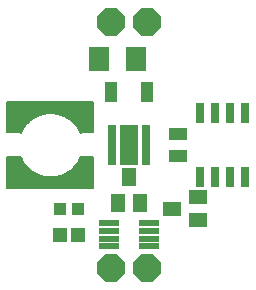
<source format=gts>
G75*
%MOIN*%
%OFA0B0*%
%FSLAX25Y25*%
%IPPOS*%
%LPD*%
%AMOC8*
5,1,8,0,0,1.08239X$1,22.5*
%
%ADD10R,0.05918X0.04343*%
%ADD11R,0.02965X0.06706*%
%ADD12R,0.04737X0.06312*%
%ADD13R,0.02769X0.13792*%
%ADD14R,0.05918X0.13792*%
%ADD15OC8,0.09400*%
%ADD16R,0.05800X0.05800*%
%ADD17C,0.00500*%
%ADD18C,0.00160*%
%ADD19R,0.07099X0.08280*%
%ADD20R,0.04343X0.07099*%
%ADD21R,0.07099X0.01981*%
%ADD22R,0.04540X0.04540*%
%ADD23R,0.03950X0.03950*%
%ADD24R,0.06312X0.04737*%
D10*
X0062850Y0044110D03*
X0062850Y0051590D03*
D11*
X0070350Y0058480D03*
X0075350Y0058480D03*
X0080350Y0058480D03*
X0085350Y0058480D03*
X0085350Y0037220D03*
X0080350Y0037220D03*
X0075350Y0037220D03*
X0070350Y0037220D03*
D12*
X0050340Y0028519D03*
X0042860Y0028519D03*
X0046600Y0037181D03*
D13*
X0041088Y0047850D03*
X0052112Y0047850D03*
D14*
X0046600Y0047850D03*
D15*
X0040600Y0088850D03*
X0052600Y0088850D03*
X0052600Y0006850D03*
X0040600Y0006850D03*
D16*
X0008539Y0036039D03*
X0008539Y0059661D03*
D17*
X0005980Y0059680D02*
X0034720Y0059680D01*
X0034720Y0059182D02*
X0005980Y0059182D01*
X0005980Y0058683D02*
X0018277Y0058683D01*
X0017721Y0058680D02*
X0016418Y0058454D01*
X0015169Y0058018D01*
X0014009Y0057383D01*
X0012969Y0056566D01*
X0012077Y0055589D01*
X0011357Y0054479D01*
X0010829Y0053267D01*
X0010507Y0051984D01*
X0005980Y0051984D01*
X0005980Y0062220D01*
X0034720Y0062220D01*
X0034720Y0051984D01*
X0030193Y0051984D01*
X0029830Y0053241D01*
X0029276Y0054426D01*
X0028542Y0055510D01*
X0027649Y0056466D01*
X0026617Y0057270D01*
X0025471Y0057903D01*
X0024241Y0058349D01*
X0022956Y0058597D01*
X0021649Y0058641D01*
X0020350Y0058480D01*
X0019044Y0058688D01*
X0017721Y0058680D01*
X0019076Y0058683D02*
X0034720Y0058683D01*
X0034720Y0058185D02*
X0024695Y0058185D01*
X0025864Y0057686D02*
X0034720Y0057686D01*
X0034720Y0057188D02*
X0026723Y0057188D01*
X0027362Y0056689D02*
X0034720Y0056689D01*
X0034720Y0056191D02*
X0027906Y0056191D01*
X0028372Y0055692D02*
X0034720Y0055692D01*
X0034720Y0055194D02*
X0028757Y0055194D01*
X0029094Y0054695D02*
X0034720Y0054695D01*
X0034720Y0054197D02*
X0029383Y0054197D01*
X0029616Y0053698D02*
X0034720Y0053698D01*
X0034720Y0053200D02*
X0029842Y0053200D01*
X0029986Y0052701D02*
X0034720Y0052701D01*
X0034720Y0052203D02*
X0030129Y0052203D01*
X0034720Y0060179D02*
X0005980Y0060179D01*
X0005980Y0060677D02*
X0034720Y0060677D01*
X0034720Y0061176D02*
X0005980Y0061176D01*
X0005980Y0061674D02*
X0034720Y0061674D01*
X0034720Y0062173D02*
X0005980Y0062173D01*
X0005980Y0058185D02*
X0015647Y0058185D01*
X0014564Y0057686D02*
X0005980Y0057686D01*
X0005980Y0057188D02*
X0013761Y0057188D01*
X0013127Y0056689D02*
X0005980Y0056689D01*
X0005980Y0056191D02*
X0012627Y0056191D01*
X0012171Y0055692D02*
X0005980Y0055692D01*
X0005980Y0055194D02*
X0011821Y0055194D01*
X0011497Y0054695D02*
X0005980Y0054695D01*
X0005980Y0054197D02*
X0011234Y0054197D01*
X0011017Y0053698D02*
X0005980Y0053698D01*
X0005980Y0053200D02*
X0010813Y0053200D01*
X0010687Y0052701D02*
X0005980Y0052701D01*
X0005980Y0052203D02*
X0010562Y0052203D01*
X0010507Y0043716D02*
X0005980Y0043716D01*
X0005980Y0033480D01*
X0034720Y0033480D01*
X0034720Y0043716D01*
X0030193Y0043716D01*
X0029871Y0042433D01*
X0029343Y0041221D01*
X0028623Y0040111D01*
X0027731Y0039134D01*
X0026691Y0038317D01*
X0025531Y0037682D01*
X0024282Y0037246D01*
X0022979Y0037020D01*
X0021656Y0037012D01*
X0020350Y0037220D01*
X0019051Y0037059D01*
X0017744Y0037103D01*
X0016459Y0037351D01*
X0015229Y0037797D01*
X0014083Y0038430D01*
X0013051Y0039234D01*
X0012158Y0040190D01*
X0011424Y0041274D01*
X0010870Y0042459D01*
X0010507Y0043716D01*
X0010648Y0043229D02*
X0005980Y0043229D01*
X0005980Y0042731D02*
X0010791Y0042731D01*
X0010976Y0042232D02*
X0005980Y0042232D01*
X0005980Y0041734D02*
X0011209Y0041734D01*
X0011450Y0041235D02*
X0005980Y0041235D01*
X0005980Y0040737D02*
X0011787Y0040737D01*
X0012125Y0040238D02*
X0005980Y0040238D01*
X0005980Y0039740D02*
X0012578Y0039740D01*
X0013044Y0039241D02*
X0005980Y0039241D01*
X0005980Y0038743D02*
X0013681Y0038743D01*
X0014419Y0038244D02*
X0005980Y0038244D01*
X0005980Y0037746D02*
X0015369Y0037746D01*
X0016995Y0037247D02*
X0005980Y0037247D01*
X0005980Y0036749D02*
X0034720Y0036749D01*
X0034720Y0037247D02*
X0024286Y0037247D01*
X0025647Y0037746D02*
X0034720Y0037746D01*
X0034720Y0038244D02*
X0026557Y0038244D01*
X0027232Y0038743D02*
X0034720Y0038743D01*
X0034720Y0039241D02*
X0027828Y0039241D01*
X0028284Y0039740D02*
X0034720Y0039740D01*
X0034720Y0040238D02*
X0028706Y0040238D01*
X0029029Y0040737D02*
X0034720Y0040737D01*
X0034720Y0041235D02*
X0029349Y0041235D01*
X0029566Y0041734D02*
X0034720Y0041734D01*
X0034720Y0042232D02*
X0029783Y0042232D01*
X0029945Y0042731D02*
X0034720Y0042731D01*
X0034720Y0043229D02*
X0030070Y0043229D01*
X0034720Y0036250D02*
X0005980Y0036250D01*
X0005980Y0035752D02*
X0034720Y0035752D01*
X0034720Y0035253D02*
X0005980Y0035253D01*
X0005980Y0034755D02*
X0034720Y0034755D01*
X0034720Y0034256D02*
X0005980Y0034256D01*
X0005980Y0033758D02*
X0034720Y0033758D01*
D18*
X0031454Y0052493D02*
X0030127Y0051935D01*
X0030022Y0052173D01*
X0029910Y0052408D01*
X0029794Y0052640D01*
X0029671Y0052869D01*
X0029543Y0053095D01*
X0029409Y0053318D01*
X0029270Y0053538D01*
X0029126Y0053754D01*
X0028976Y0053967D01*
X0028822Y0054176D01*
X0028662Y0054381D01*
X0028497Y0054582D01*
X0028328Y0054779D01*
X0028154Y0054972D01*
X0027975Y0055160D01*
X0027791Y0055344D01*
X0027603Y0055524D01*
X0027411Y0055699D01*
X0027214Y0055869D01*
X0027014Y0056034D01*
X0026809Y0056195D01*
X0026601Y0056350D01*
X0026389Y0056500D01*
X0026173Y0056646D01*
X0025954Y0056785D01*
X0025732Y0056920D01*
X0025506Y0057048D01*
X0025277Y0057172D01*
X0025045Y0057290D01*
X0024811Y0057402D01*
X0024574Y0057508D01*
X0024334Y0057608D01*
X0024092Y0057703D01*
X0023847Y0057792D01*
X0023601Y0057874D01*
X0023353Y0057951D01*
X0023102Y0058021D01*
X0022851Y0058086D01*
X0022597Y0058144D01*
X0022343Y0058196D01*
X0022087Y0058242D01*
X0021830Y0058282D01*
X0021572Y0058315D01*
X0021313Y0058342D01*
X0021054Y0058363D01*
X0020795Y0058377D01*
X0020535Y0058385D01*
X0020275Y0058387D01*
X0020015Y0058382D01*
X0019756Y0058371D01*
X0019496Y0058354D01*
X0019237Y0058330D01*
X0018979Y0058300D01*
X0018722Y0058264D01*
X0018465Y0058222D01*
X0018210Y0058173D01*
X0017956Y0058118D01*
X0017703Y0058057D01*
X0017452Y0057990D01*
X0017203Y0057916D01*
X0016955Y0057837D01*
X0016710Y0057751D01*
X0016467Y0057660D01*
X0016225Y0057563D01*
X0015987Y0057460D01*
X0015751Y0057351D01*
X0015518Y0057236D01*
X0015287Y0057116D01*
X0015060Y0056990D01*
X0014836Y0056858D01*
X0014615Y0056722D01*
X0014397Y0056579D01*
X0014183Y0056432D01*
X0013973Y0056279D01*
X0013766Y0056122D01*
X0013563Y0055959D01*
X0013365Y0055791D01*
X0013170Y0055619D01*
X0012980Y0055442D01*
X0012794Y0055260D01*
X0012612Y0055074D01*
X0012436Y0054883D01*
X0012263Y0054689D01*
X0012096Y0054490D01*
X0011934Y0054287D01*
X0011776Y0054080D01*
X0011624Y0053869D01*
X0011477Y0053655D01*
X0011335Y0053437D01*
X0011199Y0053216D01*
X0011067Y0052992D01*
X0010942Y0052764D01*
X0010822Y0052533D01*
X0010708Y0052300D01*
X0010599Y0052064D01*
X0010496Y0051825D01*
X0009163Y0052368D01*
X0009279Y0052640D01*
X0009402Y0052908D01*
X0009532Y0053173D01*
X0009668Y0053435D01*
X0009810Y0053694D01*
X0009959Y0053949D01*
X0010114Y0054201D01*
X0010275Y0054448D01*
X0010442Y0054692D01*
X0010615Y0054931D01*
X0010793Y0055166D01*
X0010978Y0055397D01*
X0011168Y0055623D01*
X0011363Y0055844D01*
X0011564Y0056061D01*
X0011770Y0056272D01*
X0011981Y0056479D01*
X0012197Y0056680D01*
X0012418Y0056876D01*
X0012643Y0057067D01*
X0012873Y0057252D01*
X0013108Y0057431D01*
X0013347Y0057604D01*
X0013590Y0057772D01*
X0013837Y0057934D01*
X0014088Y0058089D01*
X0014343Y0058239D01*
X0014601Y0058382D01*
X0014863Y0058519D01*
X0015128Y0058649D01*
X0015396Y0058773D01*
X0015667Y0058890D01*
X0015941Y0059001D01*
X0016217Y0059105D01*
X0016496Y0059202D01*
X0016777Y0059292D01*
X0017060Y0059375D01*
X0017345Y0059452D01*
X0017632Y0059521D01*
X0017921Y0059584D01*
X0018211Y0059639D01*
X0018502Y0059687D01*
X0018795Y0059729D01*
X0019088Y0059763D01*
X0019382Y0059789D01*
X0019677Y0059809D01*
X0019972Y0059822D01*
X0020267Y0059827D01*
X0020562Y0059825D01*
X0020857Y0059816D01*
X0021152Y0059799D01*
X0021447Y0059776D01*
X0021740Y0059745D01*
X0022033Y0059707D01*
X0022325Y0059662D01*
X0022616Y0059610D01*
X0022905Y0059551D01*
X0023193Y0059485D01*
X0023479Y0059411D01*
X0023763Y0059331D01*
X0024045Y0059244D01*
X0024325Y0059150D01*
X0024602Y0059049D01*
X0024877Y0058942D01*
X0025150Y0058828D01*
X0025419Y0058707D01*
X0025686Y0058579D01*
X0025949Y0058446D01*
X0026209Y0058305D01*
X0026465Y0058159D01*
X0026718Y0058006D01*
X0026967Y0057847D01*
X0027212Y0057682D01*
X0027452Y0057512D01*
X0027689Y0057335D01*
X0027921Y0057153D01*
X0028149Y0056965D01*
X0028372Y0056771D01*
X0028590Y0056572D01*
X0028804Y0056368D01*
X0029012Y0056159D01*
X0029215Y0055945D01*
X0029413Y0055725D01*
X0029605Y0055501D01*
X0029792Y0055273D01*
X0029974Y0055040D01*
X0030149Y0054802D01*
X0030319Y0054561D01*
X0030483Y0054315D01*
X0030640Y0054065D01*
X0030792Y0053812D01*
X0030937Y0053555D01*
X0031076Y0053294D01*
X0031209Y0053031D01*
X0031335Y0052764D01*
X0031455Y0052494D01*
X0031315Y0052435D01*
X0031197Y0052702D01*
X0031073Y0052965D01*
X0030942Y0053226D01*
X0030804Y0053483D01*
X0030661Y0053737D01*
X0030511Y0053987D01*
X0030356Y0054234D01*
X0030194Y0054476D01*
X0030026Y0054715D01*
X0029853Y0054949D01*
X0029674Y0055179D01*
X0029489Y0055405D01*
X0029299Y0055626D01*
X0029104Y0055843D01*
X0028903Y0056054D01*
X0028698Y0056261D01*
X0028487Y0056462D01*
X0028271Y0056659D01*
X0028051Y0056850D01*
X0027826Y0057035D01*
X0027597Y0057215D01*
X0027363Y0057390D01*
X0027125Y0057558D01*
X0026883Y0057721D01*
X0026638Y0057878D01*
X0026388Y0058029D01*
X0026135Y0058174D01*
X0025878Y0058312D01*
X0025618Y0058444D01*
X0025355Y0058570D01*
X0025089Y0058689D01*
X0024820Y0058802D01*
X0024549Y0058908D01*
X0024275Y0059008D01*
X0023998Y0059100D01*
X0023720Y0059186D01*
X0023439Y0059266D01*
X0023157Y0059338D01*
X0022873Y0059403D01*
X0022587Y0059462D01*
X0022300Y0059513D01*
X0022012Y0059558D01*
X0021723Y0059595D01*
X0021433Y0059625D01*
X0021142Y0059649D01*
X0020851Y0059665D01*
X0020559Y0059674D01*
X0020268Y0059676D01*
X0019976Y0059671D01*
X0019685Y0059658D01*
X0019394Y0059639D01*
X0019104Y0059612D01*
X0018814Y0059579D01*
X0018525Y0059538D01*
X0018238Y0059490D01*
X0017951Y0059436D01*
X0017666Y0059374D01*
X0017383Y0059306D01*
X0017101Y0059230D01*
X0016822Y0059148D01*
X0016544Y0059059D01*
X0016269Y0058963D01*
X0015996Y0058860D01*
X0015725Y0058751D01*
X0015458Y0058635D01*
X0015193Y0058513D01*
X0014932Y0058384D01*
X0014673Y0058249D01*
X0014418Y0058108D01*
X0014167Y0057960D01*
X0013919Y0057807D01*
X0013675Y0057647D01*
X0013435Y0057482D01*
X0013199Y0057310D01*
X0012967Y0057133D01*
X0012740Y0056951D01*
X0012517Y0056762D01*
X0012299Y0056569D01*
X0012086Y0056370D01*
X0011877Y0056166D01*
X0011674Y0055957D01*
X0011476Y0055744D01*
X0011283Y0055525D01*
X0011095Y0055302D01*
X0010913Y0055074D01*
X0010737Y0054842D01*
X0010566Y0054605D01*
X0010401Y0054365D01*
X0010242Y0054121D01*
X0010089Y0053872D01*
X0009942Y0053620D01*
X0009802Y0053365D01*
X0009667Y0053106D01*
X0009539Y0052844D01*
X0009418Y0052579D01*
X0009302Y0052311D01*
X0009442Y0052254D01*
X0009556Y0052519D01*
X0009676Y0052781D01*
X0009802Y0053039D01*
X0009935Y0053295D01*
X0010074Y0053547D01*
X0010219Y0053795D01*
X0010370Y0054040D01*
X0010527Y0054282D01*
X0010690Y0054519D01*
X0010858Y0054753D01*
X0011033Y0054982D01*
X0011212Y0055207D01*
X0011398Y0055427D01*
X0011588Y0055643D01*
X0011784Y0055854D01*
X0011985Y0056060D01*
X0012190Y0056261D01*
X0012401Y0056458D01*
X0012616Y0056649D01*
X0012836Y0056834D01*
X0013061Y0057015D01*
X0013289Y0057189D01*
X0013522Y0057359D01*
X0013759Y0057522D01*
X0014000Y0057680D01*
X0014245Y0057831D01*
X0014493Y0057977D01*
X0014745Y0058116D01*
X0015000Y0058250D01*
X0015258Y0058377D01*
X0015520Y0058497D01*
X0015784Y0058612D01*
X0016051Y0058719D01*
X0016320Y0058821D01*
X0016592Y0058915D01*
X0016866Y0059003D01*
X0017142Y0059085D01*
X0017421Y0059159D01*
X0017700Y0059227D01*
X0017982Y0059288D01*
X0018264Y0059342D01*
X0018548Y0059389D01*
X0018833Y0059429D01*
X0019119Y0059462D01*
X0019406Y0059488D01*
X0019693Y0059508D01*
X0019981Y0059520D01*
X0020269Y0059525D01*
X0020557Y0059523D01*
X0020844Y0059514D01*
X0021132Y0059498D01*
X0021419Y0059475D01*
X0021705Y0059445D01*
X0021990Y0059408D01*
X0022275Y0059364D01*
X0022558Y0059314D01*
X0022840Y0059256D01*
X0023121Y0059191D01*
X0023400Y0059120D01*
X0023677Y0059042D01*
X0023952Y0058957D01*
X0024225Y0058865D01*
X0024495Y0058767D01*
X0024763Y0058662D01*
X0025029Y0058551D01*
X0025292Y0058433D01*
X0025551Y0058309D01*
X0025808Y0058178D01*
X0026061Y0058042D01*
X0026311Y0057899D01*
X0026558Y0057750D01*
X0026800Y0057595D01*
X0027039Y0057435D01*
X0027274Y0057268D01*
X0027505Y0057096D01*
X0027731Y0056918D01*
X0027953Y0056735D01*
X0028171Y0056546D01*
X0028383Y0056352D01*
X0028591Y0056153D01*
X0028794Y0055949D01*
X0028993Y0055741D01*
X0029185Y0055527D01*
X0029373Y0055309D01*
X0029555Y0055086D01*
X0029732Y0054859D01*
X0029903Y0054627D01*
X0030069Y0054392D01*
X0030228Y0054152D01*
X0030382Y0053909D01*
X0030530Y0053662D01*
X0030672Y0053411D01*
X0030807Y0053157D01*
X0030937Y0052900D01*
X0031060Y0052640D01*
X0031176Y0052377D01*
X0031037Y0052318D01*
X0030922Y0052578D01*
X0030800Y0052835D01*
X0030673Y0053089D01*
X0030539Y0053339D01*
X0030399Y0053587D01*
X0030253Y0053830D01*
X0030101Y0054071D01*
X0029944Y0054307D01*
X0029780Y0054540D01*
X0029611Y0054768D01*
X0029437Y0054992D01*
X0029257Y0055212D01*
X0029072Y0055428D01*
X0028881Y0055639D01*
X0028686Y0055845D01*
X0028485Y0056046D01*
X0028280Y0056242D01*
X0028070Y0056434D01*
X0027855Y0056620D01*
X0027636Y0056801D01*
X0027412Y0056976D01*
X0027185Y0057146D01*
X0026953Y0057311D01*
X0026717Y0057469D01*
X0026477Y0057622D01*
X0026234Y0057769D01*
X0025988Y0057910D01*
X0025737Y0058045D01*
X0025484Y0058174D01*
X0025228Y0058296D01*
X0024968Y0058412D01*
X0024706Y0058522D01*
X0024442Y0058626D01*
X0024175Y0058723D01*
X0023905Y0058813D01*
X0023634Y0058897D01*
X0023360Y0058974D01*
X0023085Y0059045D01*
X0022808Y0059108D01*
X0022530Y0059165D01*
X0022250Y0059215D01*
X0021969Y0059259D01*
X0021687Y0059295D01*
X0021405Y0059325D01*
X0021121Y0059347D01*
X0020838Y0059363D01*
X0020554Y0059372D01*
X0020270Y0059374D01*
X0019985Y0059369D01*
X0019702Y0059357D01*
X0019418Y0059338D01*
X0019135Y0059312D01*
X0018853Y0059279D01*
X0018571Y0059240D01*
X0018291Y0059193D01*
X0018012Y0059140D01*
X0017734Y0059080D01*
X0017458Y0059013D01*
X0017184Y0058939D01*
X0016911Y0058859D01*
X0016640Y0058772D01*
X0016372Y0058679D01*
X0016106Y0058579D01*
X0015843Y0058472D01*
X0015582Y0058360D01*
X0015324Y0058241D01*
X0015069Y0058115D01*
X0014817Y0057984D01*
X0014568Y0057846D01*
X0014323Y0057702D01*
X0014082Y0057552D01*
X0013844Y0057397D01*
X0013610Y0057236D01*
X0013380Y0057069D01*
X0013154Y0056896D01*
X0012933Y0056718D01*
X0012716Y0056535D01*
X0012503Y0056346D01*
X0012295Y0056153D01*
X0012092Y0055954D01*
X0011894Y0055750D01*
X0011700Y0055542D01*
X0011512Y0055329D01*
X0011330Y0055111D01*
X0011152Y0054890D01*
X0010980Y0054663D01*
X0010814Y0054433D01*
X0010653Y0054199D01*
X0010498Y0053960D01*
X0010349Y0053719D01*
X0010206Y0053473D01*
X0010069Y0053224D01*
X0009938Y0052972D01*
X0009813Y0052717D01*
X0009694Y0052459D01*
X0009582Y0052197D01*
X0009722Y0052140D01*
X0009833Y0052398D01*
X0009950Y0052653D01*
X0010073Y0052905D01*
X0010202Y0053154D01*
X0010338Y0053399D01*
X0010479Y0053642D01*
X0010626Y0053880D01*
X0010779Y0054115D01*
X0010938Y0054347D01*
X0011102Y0054574D01*
X0011272Y0054797D01*
X0011447Y0055016D01*
X0011627Y0055231D01*
X0011813Y0055441D01*
X0012004Y0055647D01*
X0012199Y0055848D01*
X0012400Y0056044D01*
X0012605Y0056235D01*
X0012815Y0056421D01*
X0013029Y0056602D01*
X0013248Y0056778D01*
X0013471Y0056948D01*
X0013698Y0057113D01*
X0013929Y0057272D01*
X0014163Y0057425D01*
X0014402Y0057573D01*
X0014644Y0057715D01*
X0014889Y0057851D01*
X0015138Y0057981D01*
X0015389Y0058104D01*
X0015644Y0058222D01*
X0015901Y0058333D01*
X0016161Y0058438D01*
X0016424Y0058537D01*
X0016689Y0058629D01*
X0016956Y0058715D01*
X0017225Y0058794D01*
X0017496Y0058867D01*
X0017768Y0058933D01*
X0018042Y0058992D01*
X0018318Y0059045D01*
X0018594Y0059090D01*
X0018872Y0059130D01*
X0019151Y0059162D01*
X0019430Y0059187D01*
X0019710Y0059206D01*
X0019990Y0059218D01*
X0020270Y0059223D01*
X0020551Y0059221D01*
X0020831Y0059212D01*
X0021111Y0059197D01*
X0021391Y0059174D01*
X0021670Y0059145D01*
X0021948Y0059109D01*
X0022225Y0059067D01*
X0022501Y0059017D01*
X0022776Y0058961D01*
X0023049Y0058898D01*
X0023321Y0058828D01*
X0023591Y0058752D01*
X0023859Y0058669D01*
X0024125Y0058580D01*
X0024388Y0058485D01*
X0024649Y0058382D01*
X0024908Y0058274D01*
X0025164Y0058159D01*
X0025417Y0058038D01*
X0025667Y0057911D01*
X0025914Y0057778D01*
X0026157Y0057639D01*
X0026397Y0057494D01*
X0026634Y0057343D01*
X0026867Y0057187D01*
X0027095Y0057024D01*
X0027320Y0056857D01*
X0027541Y0056684D01*
X0027757Y0056505D01*
X0027969Y0056321D01*
X0028176Y0056133D01*
X0028379Y0055939D01*
X0028577Y0055740D01*
X0028770Y0055537D01*
X0028958Y0055328D01*
X0029141Y0055116D01*
X0029318Y0054899D01*
X0029491Y0054677D01*
X0029657Y0054452D01*
X0029819Y0054222D01*
X0029974Y0053989D01*
X0030124Y0053752D01*
X0030268Y0053511D01*
X0030406Y0053267D01*
X0030538Y0053020D01*
X0030664Y0052769D01*
X0030784Y0052516D01*
X0030898Y0052259D01*
X0030759Y0052201D01*
X0030646Y0052454D01*
X0030528Y0052704D01*
X0030404Y0052951D01*
X0030273Y0053195D01*
X0030137Y0053436D01*
X0029995Y0053674D01*
X0029847Y0053908D01*
X0029693Y0054138D01*
X0029534Y0054364D01*
X0029370Y0054587D01*
X0029200Y0054805D01*
X0029024Y0055019D01*
X0028844Y0055229D01*
X0028659Y0055435D01*
X0028468Y0055635D01*
X0028273Y0055831D01*
X0028073Y0056023D01*
X0027868Y0056209D01*
X0027659Y0056390D01*
X0027446Y0056566D01*
X0027228Y0056737D01*
X0027006Y0056903D01*
X0026780Y0057063D01*
X0026551Y0057217D01*
X0026317Y0057366D01*
X0026080Y0057509D01*
X0025840Y0057646D01*
X0025597Y0057778D01*
X0025350Y0057903D01*
X0025100Y0058022D01*
X0024848Y0058136D01*
X0024592Y0058243D01*
X0024335Y0058343D01*
X0024075Y0058438D01*
X0023812Y0058526D01*
X0023548Y0058607D01*
X0023281Y0058683D01*
X0023013Y0058751D01*
X0022744Y0058813D01*
X0022472Y0058869D01*
X0022200Y0058918D01*
X0021927Y0058960D01*
X0021652Y0058995D01*
X0021377Y0059024D01*
X0021101Y0059046D01*
X0020825Y0059061D01*
X0020548Y0059070D01*
X0020271Y0059072D01*
X0019995Y0059067D01*
X0019718Y0059055D01*
X0019442Y0059037D01*
X0019166Y0059012D01*
X0018891Y0058980D01*
X0018617Y0058941D01*
X0018344Y0058896D01*
X0018073Y0058844D01*
X0017802Y0058786D01*
X0017533Y0058720D01*
X0017266Y0058649D01*
X0017000Y0058571D01*
X0016737Y0058486D01*
X0016475Y0058395D01*
X0016216Y0058298D01*
X0015960Y0058194D01*
X0015706Y0058084D01*
X0015455Y0057968D01*
X0015206Y0057846D01*
X0014961Y0057718D01*
X0014719Y0057584D01*
X0014480Y0057444D01*
X0014245Y0057298D01*
X0014013Y0057147D01*
X0013785Y0056990D01*
X0013561Y0056827D01*
X0013341Y0056659D01*
X0013126Y0056486D01*
X0012914Y0056307D01*
X0012707Y0056124D01*
X0012505Y0055935D01*
X0012307Y0055742D01*
X0012114Y0055543D01*
X0011925Y0055341D01*
X0011742Y0055133D01*
X0011564Y0054921D01*
X0011391Y0054705D01*
X0011224Y0054485D01*
X0011062Y0054260D01*
X0010905Y0054032D01*
X0010754Y0053800D01*
X0010609Y0053565D01*
X0010469Y0053326D01*
X0010336Y0053083D01*
X0010208Y0052838D01*
X0010087Y0052589D01*
X0009971Y0052338D01*
X0009862Y0052084D01*
X0010002Y0052027D01*
X0010110Y0052277D01*
X0010224Y0052525D01*
X0010344Y0052771D01*
X0010469Y0053013D01*
X0010601Y0053252D01*
X0010739Y0053488D01*
X0010882Y0053720D01*
X0011031Y0053949D01*
X0011186Y0054174D01*
X0011346Y0054396D01*
X0011511Y0054613D01*
X0011681Y0054826D01*
X0011857Y0055035D01*
X0012038Y0055240D01*
X0012224Y0055440D01*
X0012414Y0055636D01*
X0012609Y0055826D01*
X0012809Y0056012D01*
X0013013Y0056194D01*
X0013222Y0056370D01*
X0013435Y0056541D01*
X0013652Y0056706D01*
X0013873Y0056867D01*
X0014098Y0057022D01*
X0014326Y0057171D01*
X0014558Y0057315D01*
X0014794Y0057453D01*
X0015033Y0057585D01*
X0015275Y0057712D01*
X0015520Y0057832D01*
X0015768Y0057947D01*
X0016018Y0058055D01*
X0016272Y0058157D01*
X0016527Y0058253D01*
X0016785Y0058343D01*
X0017045Y0058426D01*
X0017307Y0058504D01*
X0017571Y0058574D01*
X0017836Y0058638D01*
X0018103Y0058696D01*
X0018371Y0058747D01*
X0018640Y0058792D01*
X0018911Y0058830D01*
X0019182Y0058861D01*
X0019454Y0058886D01*
X0019726Y0058904D01*
X0019999Y0058916D01*
X0020272Y0058921D01*
X0020545Y0058919D01*
X0020818Y0058911D01*
X0021091Y0058895D01*
X0021363Y0058874D01*
X0021634Y0058845D01*
X0021905Y0058810D01*
X0022175Y0058769D01*
X0022444Y0058721D01*
X0022711Y0058666D01*
X0022977Y0058605D01*
X0023242Y0058537D01*
X0023505Y0058463D01*
X0023766Y0058382D01*
X0024024Y0058295D01*
X0024281Y0058202D01*
X0024535Y0058103D01*
X0024787Y0057997D01*
X0025036Y0057886D01*
X0025283Y0057768D01*
X0025526Y0057644D01*
X0025766Y0057515D01*
X0026004Y0057379D01*
X0026237Y0057238D01*
X0026467Y0057091D01*
X0026694Y0056939D01*
X0026917Y0056781D01*
X0027136Y0056618D01*
X0027350Y0056449D01*
X0027561Y0056275D01*
X0027767Y0056097D01*
X0027969Y0055913D01*
X0028167Y0055724D01*
X0028359Y0055531D01*
X0028547Y0055332D01*
X0028730Y0055130D01*
X0028908Y0054923D01*
X0029081Y0054712D01*
X0029249Y0054496D01*
X0029411Y0054277D01*
X0029568Y0054053D01*
X0029720Y0053826D01*
X0029866Y0053595D01*
X0030006Y0053361D01*
X0030141Y0053123D01*
X0030269Y0052883D01*
X0030392Y0052639D01*
X0030509Y0052392D01*
X0030619Y0052142D01*
X0030480Y0052084D01*
X0030371Y0052330D01*
X0030256Y0052573D01*
X0030135Y0052814D01*
X0030008Y0053052D01*
X0029875Y0053286D01*
X0029737Y0053517D01*
X0029593Y0053745D01*
X0029443Y0053969D01*
X0029288Y0054189D01*
X0029128Y0054406D01*
X0028963Y0054618D01*
X0028792Y0054826D01*
X0028616Y0055031D01*
X0028436Y0055230D01*
X0028251Y0055426D01*
X0028060Y0055617D01*
X0027866Y0055803D01*
X0027667Y0055984D01*
X0027463Y0056160D01*
X0027255Y0056332D01*
X0027043Y0056498D01*
X0026827Y0056659D01*
X0026608Y0056815D01*
X0026384Y0056965D01*
X0026157Y0057110D01*
X0025927Y0057249D01*
X0025693Y0057383D01*
X0025456Y0057511D01*
X0025216Y0057633D01*
X0024973Y0057749D01*
X0024727Y0057859D01*
X0024478Y0057963D01*
X0024228Y0058061D01*
X0023974Y0058153D01*
X0023719Y0058239D01*
X0023462Y0058318D01*
X0023202Y0058391D01*
X0022942Y0058458D01*
X0022679Y0058518D01*
X0022415Y0058572D01*
X0022150Y0058620D01*
X0021884Y0058661D01*
X0021617Y0058695D01*
X0021349Y0058723D01*
X0021080Y0058745D01*
X0020812Y0058760D01*
X0020542Y0058768D01*
X0020273Y0058770D01*
X0020004Y0058765D01*
X0019735Y0058754D01*
X0019466Y0058736D01*
X0019198Y0058711D01*
X0018930Y0058680D01*
X0018663Y0058643D01*
X0018398Y0058599D01*
X0018133Y0058548D01*
X0017870Y0058491D01*
X0017608Y0058428D01*
X0017348Y0058358D01*
X0017090Y0058282D01*
X0016833Y0058200D01*
X0016579Y0058111D01*
X0016327Y0058017D01*
X0016077Y0057916D01*
X0015830Y0057809D01*
X0015585Y0057696D01*
X0015343Y0057577D01*
X0015105Y0057452D01*
X0014869Y0057322D01*
X0014637Y0057186D01*
X0014408Y0057044D01*
X0014182Y0056897D01*
X0013961Y0056744D01*
X0013743Y0056586D01*
X0013529Y0056422D01*
X0013319Y0056254D01*
X0013113Y0056080D01*
X0012911Y0055901D01*
X0012714Y0055718D01*
X0012521Y0055529D01*
X0012334Y0055336D01*
X0012150Y0055139D01*
X0011972Y0054937D01*
X0011799Y0054731D01*
X0011630Y0054521D01*
X0011467Y0054306D01*
X0011310Y0054088D01*
X0011157Y0053866D01*
X0011010Y0053640D01*
X0010869Y0053411D01*
X0010733Y0053178D01*
X0010603Y0052943D01*
X0010479Y0052704D01*
X0010360Y0052462D01*
X0010248Y0052217D01*
X0010141Y0051970D01*
X0010281Y0051913D01*
X0010386Y0052157D01*
X0010497Y0052398D01*
X0010614Y0052636D01*
X0010737Y0052872D01*
X0010865Y0053105D01*
X0010999Y0053334D01*
X0011138Y0053560D01*
X0011283Y0053783D01*
X0011434Y0054002D01*
X0011589Y0054217D01*
X0011750Y0054428D01*
X0011916Y0054636D01*
X0012087Y0054839D01*
X0012263Y0055038D01*
X0012443Y0055233D01*
X0012629Y0055423D01*
X0012819Y0055609D01*
X0013013Y0055790D01*
X0013212Y0055966D01*
X0013415Y0056137D01*
X0013622Y0056304D01*
X0013833Y0056465D01*
X0014048Y0056621D01*
X0014267Y0056772D01*
X0014489Y0056917D01*
X0014715Y0057057D01*
X0014944Y0057191D01*
X0015177Y0057320D01*
X0015412Y0057443D01*
X0015651Y0057560D01*
X0015892Y0057671D01*
X0016135Y0057777D01*
X0016382Y0057876D01*
X0016630Y0057969D01*
X0016881Y0058057D01*
X0017134Y0058138D01*
X0017389Y0058213D01*
X0017646Y0058282D01*
X0017904Y0058344D01*
X0018163Y0058400D01*
X0018424Y0058450D01*
X0018686Y0058493D01*
X0018949Y0058530D01*
X0019213Y0058561D01*
X0019478Y0058585D01*
X0019743Y0058603D01*
X0020008Y0058614D01*
X0020274Y0058619D01*
X0020539Y0058617D01*
X0020805Y0058609D01*
X0021070Y0058594D01*
X0021335Y0058573D01*
X0021599Y0058545D01*
X0021863Y0058511D01*
X0022125Y0058471D01*
X0022387Y0058424D01*
X0022647Y0058371D01*
X0022906Y0058311D01*
X0023163Y0058245D01*
X0023419Y0058173D01*
X0023672Y0058095D01*
X0023924Y0058010D01*
X0024174Y0057920D01*
X0024421Y0057823D01*
X0024666Y0057720D01*
X0024909Y0057612D01*
X0025148Y0057497D01*
X0025385Y0057377D01*
X0025619Y0057251D01*
X0025850Y0057119D01*
X0026077Y0056982D01*
X0026301Y0056839D01*
X0026521Y0056691D01*
X0026738Y0056537D01*
X0026951Y0056379D01*
X0027160Y0056215D01*
X0027365Y0056046D01*
X0027566Y0055872D01*
X0027762Y0055693D01*
X0027954Y0055509D01*
X0028142Y0055321D01*
X0028325Y0055128D01*
X0028503Y0054931D01*
X0028676Y0054730D01*
X0028844Y0054524D01*
X0029007Y0054315D01*
X0029165Y0054101D01*
X0029318Y0053884D01*
X0029466Y0053663D01*
X0029608Y0053439D01*
X0029744Y0053211D01*
X0029875Y0052980D01*
X0030000Y0052745D01*
X0030120Y0052508D01*
X0030233Y0052268D01*
X0030341Y0052025D01*
X0030202Y0051967D01*
X0030096Y0052206D01*
X0029984Y0052443D01*
X0029866Y0052677D01*
X0029742Y0052908D01*
X0029613Y0053136D01*
X0029479Y0053360D01*
X0029338Y0053582D01*
X0029193Y0053800D01*
X0029042Y0054014D01*
X0028887Y0054224D01*
X0028726Y0054431D01*
X0028560Y0054634D01*
X0028389Y0054832D01*
X0028213Y0055026D01*
X0028033Y0055216D01*
X0027848Y0055402D01*
X0027659Y0055583D01*
X0027465Y0055759D01*
X0027267Y0055931D01*
X0027065Y0056097D01*
X0026859Y0056259D01*
X0026649Y0056416D01*
X0026435Y0056567D01*
X0026218Y0056713D01*
X0025997Y0056854D01*
X0025773Y0056989D01*
X0025545Y0057119D01*
X0025315Y0057243D01*
X0025081Y0057362D01*
X0024845Y0057475D01*
X0024606Y0057582D01*
X0024364Y0057683D01*
X0024120Y0057779D01*
X0023874Y0057868D01*
X0023626Y0057951D01*
X0023376Y0058029D01*
X0023124Y0058100D01*
X0022870Y0058165D01*
X0022615Y0058223D01*
X0022358Y0058276D01*
X0022100Y0058322D01*
X0021841Y0058362D01*
X0021581Y0058395D01*
X0021321Y0058423D01*
X0021060Y0058444D01*
X0020798Y0058458D01*
X0020537Y0058466D01*
X0020275Y0058468D01*
X0020013Y0058463D01*
X0019751Y0058452D01*
X0019490Y0058435D01*
X0019229Y0058411D01*
X0018969Y0058381D01*
X0018709Y0058344D01*
X0018451Y0058301D01*
X0018194Y0058252D01*
X0017938Y0058197D01*
X0017683Y0058135D01*
X0017430Y0058068D01*
X0017179Y0057994D01*
X0016929Y0057914D01*
X0016682Y0057828D01*
X0016437Y0057735D01*
X0016194Y0057637D01*
X0015954Y0057533D01*
X0015716Y0057424D01*
X0015481Y0057308D01*
X0015249Y0057187D01*
X0015019Y0057060D01*
X0014794Y0056928D01*
X0014571Y0056790D01*
X0014352Y0056646D01*
X0014136Y0056498D01*
X0013924Y0056344D01*
X0013716Y0056185D01*
X0013511Y0056021D01*
X0013311Y0055852D01*
X0013115Y0055679D01*
X0012924Y0055500D01*
X0012736Y0055317D01*
X0012553Y0055129D01*
X0012375Y0054937D01*
X0012202Y0054741D01*
X0012033Y0054541D01*
X0011870Y0054336D01*
X0011711Y0054128D01*
X0011558Y0053916D01*
X0011409Y0053700D01*
X0011266Y0053480D01*
X0011129Y0053257D01*
X0010997Y0053031D01*
X0010870Y0052802D01*
X0010749Y0052569D01*
X0010634Y0052334D01*
X0010525Y0052096D01*
X0010421Y0051856D01*
X0009246Y0043207D02*
X0010573Y0043765D01*
X0010678Y0043527D01*
X0010790Y0043292D01*
X0010906Y0043060D01*
X0011029Y0042831D01*
X0011157Y0042605D01*
X0011291Y0042382D01*
X0011430Y0042162D01*
X0011574Y0041946D01*
X0011724Y0041733D01*
X0011878Y0041524D01*
X0012038Y0041319D01*
X0012203Y0041118D01*
X0012372Y0040921D01*
X0012546Y0040728D01*
X0012725Y0040540D01*
X0012909Y0040356D01*
X0013097Y0040176D01*
X0013289Y0040001D01*
X0013486Y0039831D01*
X0013686Y0039666D01*
X0013891Y0039505D01*
X0014099Y0039350D01*
X0014311Y0039200D01*
X0014527Y0039054D01*
X0014746Y0038915D01*
X0014968Y0038780D01*
X0015194Y0038652D01*
X0015423Y0038528D01*
X0015655Y0038410D01*
X0015889Y0038298D01*
X0016126Y0038192D01*
X0016366Y0038092D01*
X0016608Y0037997D01*
X0016853Y0037908D01*
X0017099Y0037826D01*
X0017347Y0037749D01*
X0017598Y0037679D01*
X0017849Y0037614D01*
X0018103Y0037556D01*
X0018357Y0037504D01*
X0018613Y0037458D01*
X0018870Y0037418D01*
X0019128Y0037385D01*
X0019387Y0037358D01*
X0019646Y0037337D01*
X0019905Y0037323D01*
X0020165Y0037315D01*
X0020425Y0037313D01*
X0020685Y0037318D01*
X0020944Y0037329D01*
X0021204Y0037346D01*
X0021463Y0037370D01*
X0021721Y0037400D01*
X0021978Y0037436D01*
X0022235Y0037478D01*
X0022490Y0037527D01*
X0022744Y0037582D01*
X0022997Y0037643D01*
X0023248Y0037710D01*
X0023497Y0037784D01*
X0023745Y0037863D01*
X0023990Y0037949D01*
X0024233Y0038040D01*
X0024475Y0038137D01*
X0024713Y0038240D01*
X0024949Y0038349D01*
X0025182Y0038464D01*
X0025413Y0038584D01*
X0025640Y0038710D01*
X0025864Y0038842D01*
X0026085Y0038978D01*
X0026303Y0039121D01*
X0026517Y0039268D01*
X0026727Y0039421D01*
X0026934Y0039578D01*
X0027137Y0039741D01*
X0027335Y0039909D01*
X0027530Y0040081D01*
X0027720Y0040258D01*
X0027906Y0040440D01*
X0028088Y0040626D01*
X0028264Y0040817D01*
X0028437Y0041011D01*
X0028604Y0041210D01*
X0028766Y0041413D01*
X0028924Y0041620D01*
X0029076Y0041831D01*
X0029223Y0042045D01*
X0029365Y0042263D01*
X0029501Y0042484D01*
X0029633Y0042708D01*
X0029758Y0042936D01*
X0029878Y0043167D01*
X0029992Y0043400D01*
X0030101Y0043636D01*
X0030204Y0043875D01*
X0031537Y0043332D01*
X0031421Y0043060D01*
X0031298Y0042792D01*
X0031168Y0042527D01*
X0031032Y0042265D01*
X0030890Y0042006D01*
X0030741Y0041751D01*
X0030586Y0041499D01*
X0030425Y0041252D01*
X0030258Y0041008D01*
X0030085Y0040769D01*
X0029907Y0040534D01*
X0029722Y0040303D01*
X0029532Y0040077D01*
X0029337Y0039856D01*
X0029136Y0039639D01*
X0028930Y0039428D01*
X0028719Y0039221D01*
X0028503Y0039020D01*
X0028282Y0038824D01*
X0028057Y0038633D01*
X0027827Y0038448D01*
X0027592Y0038269D01*
X0027353Y0038096D01*
X0027110Y0037928D01*
X0026863Y0037766D01*
X0026612Y0037611D01*
X0026357Y0037461D01*
X0026099Y0037318D01*
X0025837Y0037181D01*
X0025572Y0037051D01*
X0025304Y0036927D01*
X0025033Y0036810D01*
X0024759Y0036699D01*
X0024483Y0036595D01*
X0024204Y0036498D01*
X0023923Y0036408D01*
X0023640Y0036325D01*
X0023355Y0036248D01*
X0023068Y0036179D01*
X0022779Y0036116D01*
X0022489Y0036061D01*
X0022198Y0036013D01*
X0021905Y0035971D01*
X0021612Y0035937D01*
X0021318Y0035911D01*
X0021023Y0035891D01*
X0020728Y0035878D01*
X0020433Y0035873D01*
X0020138Y0035875D01*
X0019843Y0035884D01*
X0019548Y0035901D01*
X0019253Y0035924D01*
X0018960Y0035955D01*
X0018667Y0035993D01*
X0018375Y0036038D01*
X0018084Y0036090D01*
X0017795Y0036149D01*
X0017507Y0036215D01*
X0017221Y0036289D01*
X0016937Y0036369D01*
X0016655Y0036456D01*
X0016375Y0036550D01*
X0016098Y0036651D01*
X0015823Y0036758D01*
X0015550Y0036872D01*
X0015281Y0036993D01*
X0015014Y0037121D01*
X0014751Y0037254D01*
X0014491Y0037395D01*
X0014235Y0037541D01*
X0013982Y0037694D01*
X0013733Y0037853D01*
X0013488Y0038018D01*
X0013248Y0038188D01*
X0013011Y0038365D01*
X0012779Y0038547D01*
X0012551Y0038735D01*
X0012328Y0038929D01*
X0012110Y0039128D01*
X0011896Y0039332D01*
X0011688Y0039541D01*
X0011485Y0039755D01*
X0011287Y0039975D01*
X0011095Y0040199D01*
X0010908Y0040427D01*
X0010726Y0040660D01*
X0010551Y0040898D01*
X0010381Y0041139D01*
X0010217Y0041385D01*
X0010060Y0041635D01*
X0009908Y0041888D01*
X0009763Y0042145D01*
X0009624Y0042406D01*
X0009491Y0042669D01*
X0009365Y0042936D01*
X0009245Y0043206D01*
X0009385Y0043265D01*
X0009503Y0042998D01*
X0009627Y0042735D01*
X0009758Y0042474D01*
X0009896Y0042217D01*
X0010039Y0041963D01*
X0010189Y0041713D01*
X0010344Y0041466D01*
X0010506Y0041224D01*
X0010674Y0040985D01*
X0010847Y0040751D01*
X0011026Y0040521D01*
X0011211Y0040295D01*
X0011401Y0040074D01*
X0011596Y0039857D01*
X0011797Y0039646D01*
X0012002Y0039439D01*
X0012213Y0039238D01*
X0012429Y0039041D01*
X0012649Y0038850D01*
X0012874Y0038665D01*
X0013103Y0038485D01*
X0013337Y0038310D01*
X0013575Y0038142D01*
X0013817Y0037979D01*
X0014062Y0037822D01*
X0014312Y0037671D01*
X0014565Y0037526D01*
X0014822Y0037388D01*
X0015082Y0037256D01*
X0015345Y0037130D01*
X0015611Y0037011D01*
X0015880Y0036898D01*
X0016151Y0036792D01*
X0016425Y0036692D01*
X0016702Y0036600D01*
X0016980Y0036514D01*
X0017261Y0036434D01*
X0017543Y0036362D01*
X0017827Y0036297D01*
X0018113Y0036238D01*
X0018400Y0036187D01*
X0018688Y0036142D01*
X0018977Y0036105D01*
X0019267Y0036075D01*
X0019558Y0036051D01*
X0019849Y0036035D01*
X0020141Y0036026D01*
X0020432Y0036024D01*
X0020724Y0036029D01*
X0021015Y0036042D01*
X0021306Y0036061D01*
X0021596Y0036088D01*
X0021886Y0036121D01*
X0022175Y0036162D01*
X0022462Y0036210D01*
X0022749Y0036264D01*
X0023034Y0036326D01*
X0023317Y0036394D01*
X0023599Y0036470D01*
X0023878Y0036552D01*
X0024156Y0036641D01*
X0024431Y0036737D01*
X0024704Y0036840D01*
X0024975Y0036949D01*
X0025242Y0037065D01*
X0025507Y0037187D01*
X0025768Y0037316D01*
X0026027Y0037451D01*
X0026282Y0037592D01*
X0026533Y0037740D01*
X0026781Y0037893D01*
X0027025Y0038053D01*
X0027265Y0038218D01*
X0027501Y0038390D01*
X0027733Y0038567D01*
X0027960Y0038749D01*
X0028183Y0038938D01*
X0028401Y0039131D01*
X0028614Y0039330D01*
X0028823Y0039534D01*
X0029026Y0039743D01*
X0029224Y0039956D01*
X0029417Y0040175D01*
X0029605Y0040398D01*
X0029787Y0040626D01*
X0029963Y0040858D01*
X0030134Y0041095D01*
X0030299Y0041335D01*
X0030458Y0041579D01*
X0030611Y0041828D01*
X0030758Y0042080D01*
X0030898Y0042335D01*
X0031033Y0042594D01*
X0031161Y0042856D01*
X0031282Y0043121D01*
X0031398Y0043389D01*
X0031258Y0043446D01*
X0031144Y0043181D01*
X0031024Y0042919D01*
X0030898Y0042661D01*
X0030765Y0042405D01*
X0030626Y0042153D01*
X0030481Y0041905D01*
X0030330Y0041660D01*
X0030173Y0041418D01*
X0030010Y0041181D01*
X0029842Y0040947D01*
X0029667Y0040718D01*
X0029488Y0040493D01*
X0029302Y0040273D01*
X0029112Y0040057D01*
X0028916Y0039846D01*
X0028715Y0039640D01*
X0028510Y0039439D01*
X0028299Y0039242D01*
X0028084Y0039051D01*
X0027864Y0038866D01*
X0027639Y0038685D01*
X0027411Y0038511D01*
X0027178Y0038341D01*
X0026941Y0038178D01*
X0026700Y0038020D01*
X0026455Y0037869D01*
X0026207Y0037723D01*
X0025955Y0037584D01*
X0025700Y0037450D01*
X0025442Y0037323D01*
X0025180Y0037203D01*
X0024916Y0037088D01*
X0024649Y0036981D01*
X0024380Y0036879D01*
X0024108Y0036785D01*
X0023834Y0036697D01*
X0023558Y0036615D01*
X0023279Y0036541D01*
X0023000Y0036473D01*
X0022718Y0036412D01*
X0022436Y0036358D01*
X0022152Y0036311D01*
X0021867Y0036271D01*
X0021581Y0036238D01*
X0021294Y0036212D01*
X0021007Y0036192D01*
X0020719Y0036180D01*
X0020431Y0036175D01*
X0020143Y0036177D01*
X0019856Y0036186D01*
X0019568Y0036202D01*
X0019281Y0036225D01*
X0018995Y0036255D01*
X0018710Y0036292D01*
X0018425Y0036336D01*
X0018142Y0036386D01*
X0017860Y0036444D01*
X0017579Y0036509D01*
X0017300Y0036580D01*
X0017023Y0036658D01*
X0016748Y0036743D01*
X0016475Y0036835D01*
X0016205Y0036933D01*
X0015937Y0037038D01*
X0015671Y0037149D01*
X0015408Y0037267D01*
X0015149Y0037391D01*
X0014892Y0037522D01*
X0014639Y0037658D01*
X0014389Y0037801D01*
X0014142Y0037950D01*
X0013900Y0038105D01*
X0013661Y0038265D01*
X0013426Y0038432D01*
X0013195Y0038604D01*
X0012969Y0038782D01*
X0012747Y0038965D01*
X0012529Y0039154D01*
X0012317Y0039348D01*
X0012109Y0039547D01*
X0011906Y0039751D01*
X0011707Y0039959D01*
X0011515Y0040173D01*
X0011327Y0040391D01*
X0011145Y0040614D01*
X0010968Y0040841D01*
X0010797Y0041073D01*
X0010631Y0041308D01*
X0010472Y0041548D01*
X0010318Y0041791D01*
X0010170Y0042038D01*
X0010028Y0042289D01*
X0009893Y0042543D01*
X0009763Y0042800D01*
X0009640Y0043060D01*
X0009524Y0043323D01*
X0009663Y0043382D01*
X0009778Y0043122D01*
X0009900Y0042865D01*
X0010027Y0042611D01*
X0010161Y0042361D01*
X0010301Y0042113D01*
X0010447Y0041870D01*
X0010599Y0041629D01*
X0010756Y0041393D01*
X0010920Y0041160D01*
X0011089Y0040932D01*
X0011263Y0040708D01*
X0011443Y0040488D01*
X0011628Y0040272D01*
X0011819Y0040061D01*
X0012014Y0039855D01*
X0012215Y0039654D01*
X0012420Y0039458D01*
X0012630Y0039266D01*
X0012845Y0039080D01*
X0013064Y0038899D01*
X0013288Y0038724D01*
X0013515Y0038554D01*
X0013747Y0038389D01*
X0013983Y0038231D01*
X0014223Y0038078D01*
X0014466Y0037931D01*
X0014712Y0037790D01*
X0014963Y0037655D01*
X0015216Y0037526D01*
X0015472Y0037404D01*
X0015732Y0037288D01*
X0015994Y0037178D01*
X0016258Y0037074D01*
X0016525Y0036977D01*
X0016795Y0036887D01*
X0017066Y0036803D01*
X0017340Y0036726D01*
X0017615Y0036655D01*
X0017892Y0036592D01*
X0018170Y0036535D01*
X0018450Y0036485D01*
X0018731Y0036441D01*
X0019013Y0036405D01*
X0019295Y0036375D01*
X0019579Y0036353D01*
X0019862Y0036337D01*
X0020146Y0036328D01*
X0020430Y0036326D01*
X0020715Y0036331D01*
X0020998Y0036343D01*
X0021282Y0036362D01*
X0021565Y0036388D01*
X0021847Y0036421D01*
X0022129Y0036460D01*
X0022409Y0036507D01*
X0022688Y0036560D01*
X0022966Y0036620D01*
X0023242Y0036687D01*
X0023516Y0036761D01*
X0023789Y0036841D01*
X0024060Y0036928D01*
X0024328Y0037021D01*
X0024594Y0037121D01*
X0024857Y0037228D01*
X0025118Y0037340D01*
X0025376Y0037459D01*
X0025631Y0037585D01*
X0025883Y0037716D01*
X0026132Y0037854D01*
X0026377Y0037998D01*
X0026618Y0038148D01*
X0026856Y0038303D01*
X0027090Y0038464D01*
X0027320Y0038631D01*
X0027546Y0038804D01*
X0027767Y0038982D01*
X0027984Y0039165D01*
X0028197Y0039354D01*
X0028405Y0039547D01*
X0028608Y0039746D01*
X0028806Y0039950D01*
X0029000Y0040158D01*
X0029188Y0040371D01*
X0029370Y0040589D01*
X0029548Y0040810D01*
X0029720Y0041037D01*
X0029886Y0041267D01*
X0030047Y0041501D01*
X0030202Y0041740D01*
X0030351Y0041981D01*
X0030494Y0042227D01*
X0030631Y0042476D01*
X0030762Y0042728D01*
X0030887Y0042983D01*
X0031006Y0043241D01*
X0031118Y0043503D01*
X0030978Y0043560D01*
X0030867Y0043302D01*
X0030750Y0043047D01*
X0030627Y0042795D01*
X0030498Y0042546D01*
X0030362Y0042301D01*
X0030221Y0042058D01*
X0030074Y0041820D01*
X0029921Y0041585D01*
X0029762Y0041353D01*
X0029598Y0041126D01*
X0029428Y0040903D01*
X0029253Y0040684D01*
X0029073Y0040469D01*
X0028887Y0040259D01*
X0028696Y0040053D01*
X0028501Y0039852D01*
X0028300Y0039656D01*
X0028095Y0039465D01*
X0027885Y0039279D01*
X0027671Y0039098D01*
X0027452Y0038922D01*
X0027229Y0038752D01*
X0027002Y0038587D01*
X0026771Y0038428D01*
X0026537Y0038275D01*
X0026298Y0038127D01*
X0026056Y0037985D01*
X0025811Y0037849D01*
X0025562Y0037719D01*
X0025311Y0037596D01*
X0025056Y0037478D01*
X0024799Y0037367D01*
X0024539Y0037262D01*
X0024276Y0037163D01*
X0024011Y0037071D01*
X0023744Y0036985D01*
X0023475Y0036906D01*
X0023204Y0036833D01*
X0022932Y0036767D01*
X0022658Y0036708D01*
X0022382Y0036655D01*
X0022106Y0036610D01*
X0021828Y0036570D01*
X0021549Y0036538D01*
X0021270Y0036513D01*
X0020990Y0036494D01*
X0020710Y0036482D01*
X0020430Y0036477D01*
X0020149Y0036479D01*
X0019869Y0036488D01*
X0019589Y0036503D01*
X0019309Y0036526D01*
X0019030Y0036555D01*
X0018752Y0036591D01*
X0018475Y0036633D01*
X0018199Y0036683D01*
X0017924Y0036739D01*
X0017651Y0036802D01*
X0017379Y0036872D01*
X0017109Y0036948D01*
X0016841Y0037031D01*
X0016575Y0037120D01*
X0016312Y0037215D01*
X0016051Y0037318D01*
X0015792Y0037426D01*
X0015536Y0037541D01*
X0015283Y0037662D01*
X0015033Y0037789D01*
X0014786Y0037922D01*
X0014543Y0038061D01*
X0014303Y0038206D01*
X0014066Y0038357D01*
X0013833Y0038513D01*
X0013605Y0038676D01*
X0013380Y0038843D01*
X0013159Y0039016D01*
X0012943Y0039195D01*
X0012731Y0039379D01*
X0012524Y0039567D01*
X0012321Y0039761D01*
X0012123Y0039960D01*
X0011930Y0040163D01*
X0011742Y0040372D01*
X0011559Y0040584D01*
X0011382Y0040801D01*
X0011209Y0041023D01*
X0011043Y0041248D01*
X0010881Y0041478D01*
X0010726Y0041711D01*
X0010576Y0041948D01*
X0010432Y0042189D01*
X0010294Y0042433D01*
X0010162Y0042680D01*
X0010036Y0042931D01*
X0009916Y0043184D01*
X0009802Y0043441D01*
X0009941Y0043499D01*
X0010054Y0043246D01*
X0010172Y0042996D01*
X0010296Y0042749D01*
X0010427Y0042505D01*
X0010563Y0042264D01*
X0010705Y0042026D01*
X0010853Y0041792D01*
X0011007Y0041562D01*
X0011166Y0041336D01*
X0011330Y0041113D01*
X0011500Y0040895D01*
X0011676Y0040681D01*
X0011856Y0040471D01*
X0012041Y0040265D01*
X0012232Y0040065D01*
X0012427Y0039869D01*
X0012627Y0039677D01*
X0012832Y0039491D01*
X0013041Y0039310D01*
X0013254Y0039134D01*
X0013472Y0038963D01*
X0013694Y0038797D01*
X0013920Y0038637D01*
X0014149Y0038483D01*
X0014383Y0038334D01*
X0014620Y0038191D01*
X0014860Y0038054D01*
X0015103Y0037922D01*
X0015350Y0037797D01*
X0015600Y0037678D01*
X0015852Y0037564D01*
X0016108Y0037457D01*
X0016365Y0037357D01*
X0016625Y0037262D01*
X0016888Y0037174D01*
X0017152Y0037093D01*
X0017419Y0037017D01*
X0017687Y0036949D01*
X0017956Y0036887D01*
X0018228Y0036831D01*
X0018500Y0036782D01*
X0018773Y0036740D01*
X0019048Y0036705D01*
X0019323Y0036676D01*
X0019599Y0036654D01*
X0019875Y0036639D01*
X0020152Y0036630D01*
X0020429Y0036628D01*
X0020705Y0036633D01*
X0020982Y0036645D01*
X0021258Y0036663D01*
X0021534Y0036688D01*
X0021809Y0036720D01*
X0022083Y0036759D01*
X0022356Y0036804D01*
X0022627Y0036856D01*
X0022898Y0036914D01*
X0023167Y0036980D01*
X0023434Y0037051D01*
X0023700Y0037129D01*
X0023963Y0037214D01*
X0024225Y0037305D01*
X0024484Y0037402D01*
X0024740Y0037506D01*
X0024994Y0037616D01*
X0025245Y0037732D01*
X0025494Y0037854D01*
X0025739Y0037982D01*
X0025981Y0038116D01*
X0026220Y0038256D01*
X0026455Y0038402D01*
X0026687Y0038553D01*
X0026915Y0038710D01*
X0027139Y0038873D01*
X0027359Y0039041D01*
X0027574Y0039214D01*
X0027786Y0039393D01*
X0027993Y0039576D01*
X0028195Y0039765D01*
X0028393Y0039958D01*
X0028586Y0040157D01*
X0028775Y0040359D01*
X0028958Y0040567D01*
X0029136Y0040779D01*
X0029309Y0040995D01*
X0029476Y0041215D01*
X0029638Y0041440D01*
X0029795Y0041668D01*
X0029946Y0041900D01*
X0030091Y0042135D01*
X0030231Y0042374D01*
X0030364Y0042617D01*
X0030492Y0042862D01*
X0030613Y0043111D01*
X0030729Y0043362D01*
X0030838Y0043616D01*
X0030698Y0043673D01*
X0030590Y0043423D01*
X0030476Y0043175D01*
X0030356Y0042929D01*
X0030231Y0042687D01*
X0030099Y0042448D01*
X0029961Y0042212D01*
X0029818Y0041980D01*
X0029669Y0041751D01*
X0029514Y0041526D01*
X0029354Y0041304D01*
X0029189Y0041087D01*
X0029019Y0040874D01*
X0028843Y0040665D01*
X0028662Y0040460D01*
X0028476Y0040260D01*
X0028286Y0040064D01*
X0028091Y0039874D01*
X0027891Y0039688D01*
X0027687Y0039506D01*
X0027478Y0039330D01*
X0027265Y0039159D01*
X0027048Y0038994D01*
X0026827Y0038833D01*
X0026602Y0038678D01*
X0026374Y0038529D01*
X0026142Y0038385D01*
X0025906Y0038247D01*
X0025667Y0038115D01*
X0025425Y0037988D01*
X0025180Y0037868D01*
X0024932Y0037753D01*
X0024682Y0037645D01*
X0024428Y0037543D01*
X0024173Y0037447D01*
X0023915Y0037357D01*
X0023655Y0037274D01*
X0023393Y0037196D01*
X0023129Y0037126D01*
X0022864Y0037062D01*
X0022597Y0037004D01*
X0022329Y0036953D01*
X0022060Y0036908D01*
X0021789Y0036870D01*
X0021518Y0036839D01*
X0021246Y0036814D01*
X0020974Y0036796D01*
X0020701Y0036784D01*
X0020428Y0036779D01*
X0020155Y0036781D01*
X0019882Y0036789D01*
X0019609Y0036805D01*
X0019337Y0036826D01*
X0019066Y0036855D01*
X0018795Y0036890D01*
X0018525Y0036931D01*
X0018256Y0036979D01*
X0017989Y0037034D01*
X0017723Y0037095D01*
X0017458Y0037163D01*
X0017195Y0037237D01*
X0016934Y0037318D01*
X0016676Y0037405D01*
X0016419Y0037498D01*
X0016165Y0037597D01*
X0015913Y0037703D01*
X0015664Y0037814D01*
X0015417Y0037932D01*
X0015174Y0038056D01*
X0014934Y0038185D01*
X0014696Y0038321D01*
X0014463Y0038462D01*
X0014233Y0038609D01*
X0014006Y0038761D01*
X0013783Y0038919D01*
X0013564Y0039082D01*
X0013350Y0039251D01*
X0013139Y0039425D01*
X0012933Y0039603D01*
X0012731Y0039787D01*
X0012533Y0039976D01*
X0012341Y0040169D01*
X0012153Y0040368D01*
X0011970Y0040570D01*
X0011792Y0040777D01*
X0011619Y0040988D01*
X0011451Y0041204D01*
X0011289Y0041423D01*
X0011132Y0041647D01*
X0010980Y0041874D01*
X0010834Y0042105D01*
X0010694Y0042339D01*
X0010559Y0042577D01*
X0010431Y0042817D01*
X0010308Y0043061D01*
X0010191Y0043308D01*
X0010081Y0043558D01*
X0010220Y0043616D01*
X0010329Y0043370D01*
X0010444Y0043127D01*
X0010565Y0042886D01*
X0010692Y0042648D01*
X0010825Y0042414D01*
X0010963Y0042183D01*
X0011107Y0041955D01*
X0011257Y0041731D01*
X0011412Y0041511D01*
X0011572Y0041294D01*
X0011737Y0041082D01*
X0011908Y0040874D01*
X0012084Y0040669D01*
X0012264Y0040470D01*
X0012449Y0040274D01*
X0012640Y0040083D01*
X0012834Y0039897D01*
X0013033Y0039716D01*
X0013237Y0039540D01*
X0013445Y0039368D01*
X0013657Y0039202D01*
X0013873Y0039041D01*
X0014092Y0038885D01*
X0014316Y0038735D01*
X0014543Y0038590D01*
X0014773Y0038451D01*
X0015007Y0038317D01*
X0015244Y0038189D01*
X0015484Y0038067D01*
X0015727Y0037951D01*
X0015973Y0037841D01*
X0016222Y0037737D01*
X0016472Y0037639D01*
X0016726Y0037547D01*
X0016981Y0037461D01*
X0017238Y0037382D01*
X0017498Y0037309D01*
X0017758Y0037242D01*
X0018021Y0037182D01*
X0018285Y0037128D01*
X0018550Y0037080D01*
X0018816Y0037039D01*
X0019083Y0037005D01*
X0019351Y0036977D01*
X0019620Y0036955D01*
X0019888Y0036940D01*
X0020158Y0036932D01*
X0020427Y0036930D01*
X0020696Y0036935D01*
X0020965Y0036946D01*
X0021234Y0036964D01*
X0021502Y0036989D01*
X0021770Y0037020D01*
X0022037Y0037057D01*
X0022302Y0037101D01*
X0022567Y0037152D01*
X0022830Y0037209D01*
X0023092Y0037272D01*
X0023352Y0037342D01*
X0023610Y0037418D01*
X0023867Y0037500D01*
X0024121Y0037589D01*
X0024373Y0037683D01*
X0024623Y0037784D01*
X0024870Y0037891D01*
X0025115Y0038004D01*
X0025357Y0038123D01*
X0025595Y0038248D01*
X0025831Y0038378D01*
X0026063Y0038514D01*
X0026292Y0038656D01*
X0026518Y0038803D01*
X0026739Y0038956D01*
X0026957Y0039114D01*
X0027171Y0039278D01*
X0027381Y0039446D01*
X0027587Y0039620D01*
X0027789Y0039799D01*
X0027986Y0039982D01*
X0028179Y0040171D01*
X0028366Y0040364D01*
X0028550Y0040561D01*
X0028728Y0040763D01*
X0028901Y0040969D01*
X0029070Y0041179D01*
X0029233Y0041394D01*
X0029390Y0041612D01*
X0029543Y0041834D01*
X0029690Y0042060D01*
X0029831Y0042289D01*
X0029967Y0042522D01*
X0030097Y0042757D01*
X0030221Y0042996D01*
X0030340Y0043238D01*
X0030452Y0043483D01*
X0030559Y0043730D01*
X0030419Y0043787D01*
X0030314Y0043543D01*
X0030203Y0043302D01*
X0030086Y0043064D01*
X0029963Y0042828D01*
X0029835Y0042595D01*
X0029701Y0042366D01*
X0029562Y0042140D01*
X0029417Y0041917D01*
X0029266Y0041698D01*
X0029111Y0041483D01*
X0028950Y0041272D01*
X0028784Y0041064D01*
X0028613Y0040861D01*
X0028437Y0040662D01*
X0028257Y0040467D01*
X0028071Y0040277D01*
X0027881Y0040091D01*
X0027687Y0039910D01*
X0027488Y0039734D01*
X0027285Y0039563D01*
X0027078Y0039396D01*
X0026867Y0039235D01*
X0026652Y0039079D01*
X0026433Y0038928D01*
X0026211Y0038783D01*
X0025985Y0038643D01*
X0025756Y0038509D01*
X0025523Y0038380D01*
X0025288Y0038257D01*
X0025049Y0038140D01*
X0024808Y0038029D01*
X0024565Y0037923D01*
X0024318Y0037824D01*
X0024070Y0037731D01*
X0023819Y0037643D01*
X0023566Y0037562D01*
X0023311Y0037487D01*
X0023054Y0037418D01*
X0022796Y0037356D01*
X0022537Y0037300D01*
X0022276Y0037250D01*
X0022014Y0037207D01*
X0021751Y0037170D01*
X0021487Y0037139D01*
X0021222Y0037115D01*
X0020957Y0037097D01*
X0020692Y0037086D01*
X0020426Y0037081D01*
X0020161Y0037083D01*
X0019895Y0037091D01*
X0019630Y0037106D01*
X0019365Y0037127D01*
X0019101Y0037155D01*
X0018837Y0037189D01*
X0018575Y0037229D01*
X0018313Y0037276D01*
X0018053Y0037329D01*
X0017794Y0037389D01*
X0017537Y0037455D01*
X0017281Y0037527D01*
X0017028Y0037605D01*
X0016776Y0037690D01*
X0016526Y0037780D01*
X0016279Y0037877D01*
X0016034Y0037980D01*
X0015791Y0038088D01*
X0015552Y0038203D01*
X0015315Y0038323D01*
X0015081Y0038449D01*
X0014850Y0038581D01*
X0014623Y0038718D01*
X0014399Y0038861D01*
X0014179Y0039009D01*
X0013962Y0039163D01*
X0013749Y0039321D01*
X0013540Y0039485D01*
X0013335Y0039654D01*
X0013134Y0039828D01*
X0012938Y0040007D01*
X0012746Y0040191D01*
X0012558Y0040379D01*
X0012375Y0040572D01*
X0012197Y0040769D01*
X0012024Y0040970D01*
X0011856Y0041176D01*
X0011693Y0041385D01*
X0011535Y0041599D01*
X0011382Y0041816D01*
X0011234Y0042037D01*
X0011092Y0042261D01*
X0010956Y0042489D01*
X0010825Y0042720D01*
X0010700Y0042955D01*
X0010580Y0043192D01*
X0010467Y0043432D01*
X0010359Y0043675D01*
X0010498Y0043733D01*
X0010604Y0043494D01*
X0010716Y0043257D01*
X0010834Y0043023D01*
X0010958Y0042792D01*
X0011087Y0042564D01*
X0011221Y0042340D01*
X0011362Y0042118D01*
X0011507Y0041900D01*
X0011658Y0041686D01*
X0011813Y0041476D01*
X0011974Y0041269D01*
X0012140Y0041066D01*
X0012311Y0040868D01*
X0012487Y0040674D01*
X0012667Y0040484D01*
X0012852Y0040298D01*
X0013041Y0040117D01*
X0013235Y0039941D01*
X0013433Y0039769D01*
X0013635Y0039603D01*
X0013841Y0039441D01*
X0014051Y0039284D01*
X0014265Y0039133D01*
X0014482Y0038987D01*
X0014703Y0038846D01*
X0014927Y0038711D01*
X0015155Y0038581D01*
X0015385Y0038457D01*
X0015619Y0038338D01*
X0015855Y0038225D01*
X0016094Y0038118D01*
X0016336Y0038017D01*
X0016580Y0037921D01*
X0016826Y0037832D01*
X0017074Y0037749D01*
X0017324Y0037671D01*
X0017576Y0037600D01*
X0017830Y0037535D01*
X0018085Y0037477D01*
X0018342Y0037424D01*
X0018600Y0037378D01*
X0018859Y0037338D01*
X0019119Y0037305D01*
X0019379Y0037277D01*
X0019640Y0037256D01*
X0019902Y0037242D01*
X0020163Y0037234D01*
X0020425Y0037232D01*
X0020687Y0037237D01*
X0020949Y0037248D01*
X0021210Y0037265D01*
X0021471Y0037289D01*
X0021731Y0037319D01*
X0021991Y0037356D01*
X0022249Y0037399D01*
X0022506Y0037448D01*
X0022762Y0037503D01*
X0023017Y0037565D01*
X0023270Y0037632D01*
X0023521Y0037706D01*
X0023771Y0037786D01*
X0024018Y0037872D01*
X0024263Y0037965D01*
X0024506Y0038063D01*
X0024746Y0038167D01*
X0024984Y0038276D01*
X0025219Y0038392D01*
X0025451Y0038513D01*
X0025681Y0038640D01*
X0025906Y0038772D01*
X0026129Y0038910D01*
X0026348Y0039054D01*
X0026564Y0039202D01*
X0026776Y0039356D01*
X0026984Y0039515D01*
X0027189Y0039679D01*
X0027389Y0039848D01*
X0027585Y0040021D01*
X0027776Y0040200D01*
X0027964Y0040383D01*
X0028147Y0040571D01*
X0028325Y0040763D01*
X0028498Y0040959D01*
X0028667Y0041159D01*
X0028830Y0041364D01*
X0028989Y0041572D01*
X0029142Y0041784D01*
X0029291Y0042000D01*
X0029434Y0042220D01*
X0029571Y0042443D01*
X0029703Y0042669D01*
X0029830Y0042898D01*
X0029951Y0043131D01*
X0030066Y0043366D01*
X0030175Y0043604D01*
X0030279Y0043844D01*
D19*
X0036748Y0076600D03*
X0048952Y0076600D03*
D20*
X0052702Y0065350D03*
X0040498Y0065350D03*
D21*
X0039907Y0021689D03*
X0039907Y0019130D03*
X0039907Y0016570D03*
X0039907Y0014011D03*
X0053293Y0014011D03*
X0053293Y0016570D03*
X0053293Y0019130D03*
X0053293Y0021689D03*
D22*
X0023746Y0017850D03*
X0029454Y0017850D03*
D23*
X0029553Y0026600D03*
X0023647Y0026600D03*
D24*
X0061019Y0026600D03*
X0069681Y0022860D03*
X0069681Y0030340D03*
M02*

</source>
